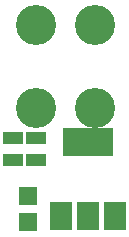
<source format=gbr>
G04 #@! TF.FileFunction,Soldermask,Top*
%FSLAX46Y46*%
G04 Gerber Fmt 4.6, Leading zero omitted, Abs format (unit mm)*
G04 Created by KiCad (PCBNEW 4.0.6-e0-6349~53~ubuntu16.04.1) date Sun Jul 30 23:13:34 2017*
%MOMM*%
%LPD*%
G01*
G04 APERTURE LIST*
%ADD10C,0.100000*%
%ADD11R,1.700000X1.100000*%
%ADD12R,1.600000X1.600000*%
%ADD13R,4.200000X2.400000*%
%ADD14R,1.900000X2.400000*%
%ADD15C,3.400000*%
G04 APERTURE END LIST*
D10*
D11*
X3175000Y4765000D03*
X3175000Y6665000D03*
X1270000Y4765000D03*
X1270000Y6665000D03*
D12*
X2540000Y1735000D03*
X2540000Y-465000D03*
D13*
X7620000Y6325000D03*
D14*
X7620000Y25000D03*
X9920000Y25000D03*
X5320000Y25000D03*
D15*
X3175000Y16200000D03*
X8175000Y16200000D03*
X8175000Y9200000D03*
X3175000Y9200000D03*
M02*

</source>
